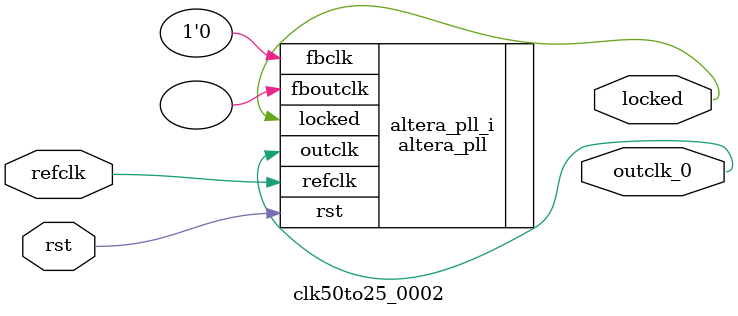
<source format=v>
`timescale 1ns/10ps
module  clk50to25_0002(

	// interface 'refclk'
	input wire refclk,

	// interface 'reset'
	input wire rst,

	// interface 'outclk0'
	output wire outclk_0,

	// interface 'locked'
	output wire locked
);

	altera_pll #(
		.fractional_vco_multiplier("false"),
		.reference_clock_frequency("50.0 MHz"),
		.operation_mode("normal"),
		.number_of_clocks(1),
		.output_clock_frequency0("25.000000 MHz"),
		.phase_shift0("0 ps"),
		.duty_cycle0(50),
		.output_clock_frequency1("0 MHz"),
		.phase_shift1("0 ps"),
		.duty_cycle1(50),
		.output_clock_frequency2("0 MHz"),
		.phase_shift2("0 ps"),
		.duty_cycle2(50),
		.output_clock_frequency3("0 MHz"),
		.phase_shift3("0 ps"),
		.duty_cycle3(50),
		.output_clock_frequency4("0 MHz"),
		.phase_shift4("0 ps"),
		.duty_cycle4(50),
		.output_clock_frequency5("0 MHz"),
		.phase_shift5("0 ps"),
		.duty_cycle5(50),
		.output_clock_frequency6("0 MHz"),
		.phase_shift6("0 ps"),
		.duty_cycle6(50),
		.output_clock_frequency7("0 MHz"),
		.phase_shift7("0 ps"),
		.duty_cycle7(50),
		.output_clock_frequency8("0 MHz"),
		.phase_shift8("0 ps"),
		.duty_cycle8(50),
		.output_clock_frequency9("0 MHz"),
		.phase_shift9("0 ps"),
		.duty_cycle9(50),
		.output_clock_frequency10("0 MHz"),
		.phase_shift10("0 ps"),
		.duty_cycle10(50),
		.output_clock_frequency11("0 MHz"),
		.phase_shift11("0 ps"),
		.duty_cycle11(50),
		.output_clock_frequency12("0 MHz"),
		.phase_shift12("0 ps"),
		.duty_cycle12(50),
		.output_clock_frequency13("0 MHz"),
		.phase_shift13("0 ps"),
		.duty_cycle13(50),
		.output_clock_frequency14("0 MHz"),
		.phase_shift14("0 ps"),
		.duty_cycle14(50),
		.output_clock_frequency15("0 MHz"),
		.phase_shift15("0 ps"),
		.duty_cycle15(50),
		.output_clock_frequency16("0 MHz"),
		.phase_shift16("0 ps"),
		.duty_cycle16(50),
		.output_clock_frequency17("0 MHz"),
		.phase_shift17("0 ps"),
		.duty_cycle17(50),
		.pll_type("General"),
		.pll_subtype("General")
	) altera_pll_i (
		.rst	(rst),
		.outclk	({outclk_0}),
		.locked	(locked),
		.fboutclk	( ),
		.fbclk	(1'b0),
		.refclk	(refclk)
	);
endmodule


</source>
